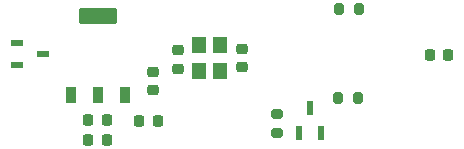
<source format=gbp>
G04 #@! TF.GenerationSoftware,KiCad,Pcbnew,8.0.3*
G04 #@! TF.CreationDate,2024-07-16T08:53:46+02:00*
G04 #@! TF.ProjectId,Midi Stick,4d696469-2053-4746-9963-6b2e6b696361,1.3*
G04 #@! TF.SameCoordinates,Original*
G04 #@! TF.FileFunction,Paste,Bot*
G04 #@! TF.FilePolarity,Positive*
%FSLAX46Y46*%
G04 Gerber Fmt 4.6, Leading zero omitted, Abs format (unit mm)*
G04 Created by KiCad (PCBNEW 8.0.3) date 2024-07-16 08:53:46*
%MOMM*%
%LPD*%
G01*
G04 APERTURE LIST*
G04 Aperture macros list*
%AMRoundRect*
0 Rectangle with rounded corners*
0 $1 Rounding radius*
0 $2 $3 $4 $5 $6 $7 $8 $9 X,Y pos of 4 corners*
0 Add a 4 corners polygon primitive as box body*
4,1,4,$2,$3,$4,$5,$6,$7,$8,$9,$2,$3,0*
0 Add four circle primitives for the rounded corners*
1,1,$1+$1,$2,$3*
1,1,$1+$1,$4,$5*
1,1,$1+$1,$6,$7*
1,1,$1+$1,$8,$9*
0 Add four rect primitives between the rounded corners*
20,1,$1+$1,$2,$3,$4,$5,0*
20,1,$1+$1,$4,$5,$6,$7,0*
20,1,$1+$1,$6,$7,$8,$9,0*
20,1,$1+$1,$8,$9,$2,$3,0*%
G04 Aperture macros list end*
%ADD10R,1.050000X0.600000*%
%ADD11RoundRect,0.225000X0.250000X-0.225000X0.250000X0.225000X-0.250000X0.225000X-0.250000X-0.225000X0*%
%ADD12RoundRect,0.200000X0.275000X-0.200000X0.275000X0.200000X-0.275000X0.200000X-0.275000X-0.200000X0*%
%ADD13RoundRect,0.225000X0.225000X0.250000X-0.225000X0.250000X-0.225000X-0.250000X0.225000X-0.250000X0*%
%ADD14RoundRect,0.200000X-0.200000X-0.275000X0.200000X-0.275000X0.200000X0.275000X-0.200000X0.275000X0*%
%ADD15R,1.200000X1.400000*%
%ADD16RoundRect,0.069750X0.395250X-0.585250X0.395250X0.585250X-0.395250X0.585250X-0.395250X-0.585250X0*%
%ADD17RoundRect,0.098250X1.521750X-0.556750X1.521750X0.556750X-1.521750X0.556750X-1.521750X-0.556750X0*%
%ADD18RoundRect,0.225000X-0.225000X-0.250000X0.225000X-0.250000X0.225000X0.250000X-0.225000X0.250000X0*%
%ADD19RoundRect,0.073750X0.221250X-0.546250X0.221250X0.546250X-0.221250X0.546250X-0.221250X-0.546250X0*%
G04 APERTURE END LIST*
D10*
X93032601Y-63452600D03*
X93032601Y-61552600D03*
X95232601Y-62502600D03*
D11*
X106632601Y-63727600D03*
X106632601Y-62177600D03*
D12*
X115032601Y-69177600D03*
X115032601Y-67527600D03*
D13*
X100607601Y-69752600D03*
X99057601Y-69752600D03*
D11*
X112032601Y-63627600D03*
X112032601Y-62077600D03*
D14*
X120207601Y-66252600D03*
X121857601Y-66252600D03*
D15*
X108452601Y-63952600D03*
X108452601Y-61752600D03*
X110212601Y-61752600D03*
X110212601Y-63952600D03*
D13*
X100607601Y-68052600D03*
X99057601Y-68052600D03*
D14*
X120307601Y-58652600D03*
X121957601Y-58652600D03*
D11*
X104532601Y-65527600D03*
X104532601Y-63977600D03*
D13*
X129507601Y-62552600D03*
X127957601Y-62552600D03*
D16*
X102132601Y-65952600D03*
X99842601Y-65952600D03*
X97552601Y-65952600D03*
D17*
X99842601Y-59262600D03*
D18*
X103357601Y-68152600D03*
X104907601Y-68152600D03*
D19*
X118782601Y-69162600D03*
X116882601Y-69162600D03*
X117832601Y-67052600D03*
M02*

</source>
